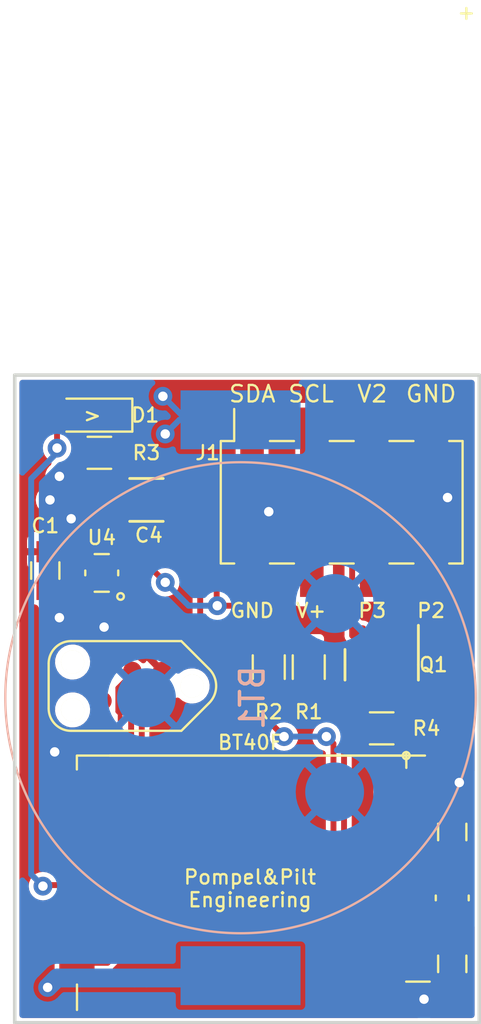
<source format=kicad_pcb>
(kicad_pcb (version 20211014) (generator pcbnew)
  (layers (0 "F.Cu" signal) (31 "B.Cu" signal) (37 "F.SilkS" user "F.Silkscreen") (38 "B.Mask" user) (39 "F.Mask" user) (44 "Edge.Cuts" user))
  (net 0 "")
  (net 1 "/P004")
  (net 2 "/P005")
  (net 3 "GND")
  (net 4 "VCC")
  (net 5 "/P002")
  (net 6 "/SDA")
  (net 7 "/SCL")
  (net 8 "Net-(D1-Pad1)")
  (net 9 "/LED")
  (net 10 "/P003")
  (net 11 "/P009")
  (net 12 "/SWO")
  (net 13 "/RESET")
  (net 14 "/SWDCLK")
  (net 15 "/SWDIO")
  (net 16 "/XL1")
  (net 17 "/XL2")
  (net 18 "/V2")
  (footprint "LEDs:LED_0805" (layer "F.Cu") (at 101.8 56.8 180)
    (fp_text reference "D1" (at -2.35 0 180) (layer "F.SilkS") (effects (font (size 0.6 0.6) (thickness 0.1))))
    (fp_text value "LED")
    (fp_line (start -1.8 -0.7) (end 1 -0.7) (layer "F.SilkS") (width 0.1))
    (fp_line (start -1.8 -0.7) (end -1.8 0.7) (layer "F.SilkS") (width 0.1))
    (fp_line (start -1.8 0.7) (end 1 0.7) (layer "F.SilkS") (width 0.1))
    (pad "1" smd rect locked (at -1.1 0) (size 1.2 1.2) (layers "F.Cu" "F.Paste" "F.Mask") (net 8 "Net-(D1-Pad1)"))
    (pad "2" smd rect locked (at 1.1 0) (size 1.2 1.2) (layers "F.Cu" "F.Paste" "F.Mask") (net 9 "/LED"))
  )
  (footprint "halib:R_0603_Compact_hand" (layer "F.Cu") (at 102.2 58.4 180)
    (fp_text reference "R3" (at -2 0 180) (layer "F.SilkS") (effects (font (size 0.6 0.6) (thickness 0.1))))
    (fp_text value "R400")
    (fp_line (start -0.5 -0.68) (end 0.5 -0.68) (layer "F.SilkS") (width 0.1))
    (fp_line (start 0.5 0.68) (end -0.5 0.68) (layer "F.SilkS") (width 0.1))
    (pad "1" smd rect locked (at -0.85 0 180) (size 0.7 0.9) (layers "F.Cu" "F.Paste" "F.Mask") (net 8 "Net-(D1-Pad1)"))
    (pad "2" smd rect locked (at 0.85 0 180) (size 0.7 0.9) (layers "F.Cu" "F.Paste" "F.Mask") (net 3 "GND"))
  )
  (footprint "halib:R_0603_Compact_hand" (layer "F.Cu") (at 111.1 67.5 90)
    (fp_text reference "R1" (at -1.9 0 180) (layer "F.SilkS") (effects (font (size 0.6 0.6) (thickness 0.1))))
    (fp_text value "4k7")
    (fp_line (start 0.5 0.68) (end -0.5 0.68) (layer "F.SilkS") (width 0.1))
    (fp_line (start -0.5 -0.68) (end 0.5 -0.68) (layer "F.SilkS") (width 0.1))
    (pad "1" smd rect locked (at -0.85 0 90) (size 0.7 0.9) (layers "F.Cu" "F.Paste" "F.Mask") (net 4 "VCC"))
    (pad "2" smd rect locked (at 0.85 0 90) (size 0.7 0.9) (layers "F.Cu" "F.Paste" "F.Mask") (net 7 "/SCL"))
  )
  (footprint "halib:R_0603_Compact_hand" (layer "F.Cu") (at 109.4 67.5 90)
    (fp_text reference "R2" (at -1.9 0 180) (layer "F.SilkS") (effects (font (size 0.6 0.6) (thickness 0.1))))
    (fp_text value "4k7")
    (fp_line (start -0.5 -0.68) (end 0.5 -0.68) (layer "F.SilkS") (width 0.1))
    (fp_line (start 0.5 0.68) (end -0.5 0.68) (layer "F.SilkS") (width 0.1))
    (pad "1" smd rect locked (at -0.85 0 90) (size 0.7 0.9) (layers "F.Cu" "F.Paste" "F.Mask") (net 4 "VCC"))
    (pad "2" smd rect locked (at 0.85 0 90) (size 0.7 0.9) (layers "F.Cu" "F.Paste" "F.Mask") (net 6 "/SDA"))
  )
  (footprint "halib:C_0603_Compact_hand" (layer "F.Cu") (at 117.2 80.1 -90)
    (fp_text reference "C2" hide)
    (fp_text value "10pF")
    (fp_line (start 0.35 0.6) (end -0.35 0.6) (layer "F.SilkS") (width 0.1))
    (fp_line (start -0.35 -0.6) (end 0.35 -0.6) (layer "F.SilkS") (width 0.1))
    (pad "1" smd rect locked (at -0.8 0 270) (size 0.9 0.75) (layers "F.Cu" "F.Paste" "F.Mask") (net 16 "/XL1"))
    (pad "2" smd rect locked (at 0.8 0 270) (size 0.9 0.75) (layers "F.Cu" "F.Paste" "F.Mask") (net 3 "GND"))
  )
  (footprint "halib:R_0603_Compact_hand" (layer "F.Cu") (at 114.2 70.1 180)
    (fp_text reference "R4" (at -1.9 0) (layer "F.SilkS") (effects (font (size 0.6 0.6) (thickness 0.1))))
    (fp_text value "100k")
    (fp_line (start 0.5 0.68) (end -0.5 0.68) (layer "F.SilkS") (width 0.1))
    (fp_line (start -0.5 -0.68) (end 0.5 -0.68) (layer "F.SilkS") (width 0.1))
    (pad "1" smd rect locked (at -0.85 0 180) (size 0.7 0.9) (layers "F.Cu" "F.Paste" "F.Mask") (net 2 "/P005"))
    (pad "2" smd rect locked (at 0.85 0 180) (size 0.7 0.9) (layers "F.Cu" "F.Paste" "F.Mask") (net 4 "VCC"))
  )
  (footprint "Connector_PinSocket_2.54mm:PinSocket_2x04_P2.54mm_Vertical_SMD" (layer "F.Cu") (at 112.5 60.5 90)
    (fp_text reference "J1" (at 2.1 -5.7 180) (layer "F.SilkS") (effects (font (size 0.6 0.6) (thickness 0.1))))
    (fp_text value "Conn_02x04_Odd_Even")
    (fp_line (start 2.6 -0.51) (end 2.6 0.51) (layer "F.SilkS") (width 0.1))
    (fp_line (start 2.6 -3.05) (end 2.6 -2.03) (layer "F.SilkS") (width 0.1))
    (fp_line (start -2.6 2.03) (end -2.6 3.05) (layer "F.SilkS") (width 0.1))
    (fp_line (start -2.6 -3.05) (end -2.6 -2.03) (layer "F.SilkS") (width 0.1))
    (fp_line (start 2.6 4.57) (end 2.6 5.14) (layer "F.SilkS") (width 0.1))
    (fp_line (start -2.6 -5.14) (end 2.6 -5.14) (layer "F.SilkS") (width 0.1))
    (fp_line (start 2.6 -5.14) (end 2.6 -4.57) (layer "F.SilkS") (width 0.1))
    (fp_line (start -2.6 -0.51) (end -2.6 0.51) (layer "F.SilkS") (width 0.1))
    (fp_line (start -2.6 4.57) (end -2.6 5.14) (layer "F.SilkS") (width 0.1))
    (fp_line (start -2.6 5.14) (end 2.6 5.14) (layer "F.SilkS") (width 0.1))
    (fp_line (start 2.6 2.03) (end 2.6 3.05) (layer "F.SilkS") (width 0.1))
    (fp_line (start 2.6 -4.57) (end 3.96 -4.57) (layer "F.SilkS") (width 0.1))
    (fp_line (start -2.6 -5.14) (end -2.6 -4.57) (layer "F.SilkS") (width 0.1))
    (pad "1" smd rect (at 2.52 -3.81 90) (size 3 1) (layers "F.Cu" "F.Paste" "F.Mask") (net 6 "/SDA"))
    (pad "2" smd rect (at -2.52 -3.81 90) (size 3 1) (layers "F.Cu" "F.Paste" "F.Mask") (net 3 "GND"))
    (pad "3" smd rect (at 2.52 -1.27 90) (size 3 1) (layers "F.Cu" "F.Paste" "F.Mask") (net 7 "/SCL"))
    (pad "4" smd rect (at -2.52 -1.27 90) (size 3 1) (layers "F.Cu" "F.Paste" "F.Mask") (net 4 "VCC"))
    (pad "5" smd rect (at 2.52 1.27 90) (size 3 1) (layers "F.Cu" "F.Paste" "F.Mask") (net 18 "/V2"))
    (pad "6" smd rect (at -2.52 1.27 90) (size 3 1) (layers "F.Cu" "F.Paste" "F.Mask") (net 10 "/P003"))
    (pad "7" smd rect (at 2.52 3.81 90) (size 3 1) (layers "F.Cu" "F.Paste" "F.Mask") (net 3 "GND"))
    (pad "8" smd rect (at -2.52 3.81 90) (size 3 1) (layers "F.Cu" "F.Paste" "F.Mask") (net 5 "/P002"))
  )
  (footprint "halib:TC2030" (layer "F.Cu") (at 103.6 68.3 180)
    (fp_text reference "J2" hide)
    (fp_text value "tc2030" hide)
    (fp_line (start -3.2639 -0.7239) (end -2.0828 -1.905) (layer "F.SilkS") (width 0.1))
    (fp_line (start 2.6035 1.905) (end -2.0828 1.905) (layer "F.SilkS") (width 0.1))
    (fp_line (start -3.2639 0.7239) (end -2.0828 1.905) (layer "F.SilkS") (width 0.1))
    (fp_line (start 3.556 -0.9525) (end 3.556 0.9525) (layer "F.SilkS") (width 0.1))
    (fp_line (start 2.6035 -1.905) (end -2.0828 -1.905) (layer "F.SilkS") (width 0.1))
    (fp_arc (start 3.556 0.9525) (mid 3.277019 1.626019) (end 2.6035 1.905) (layer "F.SilkS") (width 0.1))
    (fp_arc (start -3.2639 0.7239) (mid -3.563749 0) (end -3.2639 -0.7239) (layer "F.SilkS") (width 0.1))
    (fp_arc (start 2.6035 -1.905) (mid 3.277019 -1.626019) (end 3.556 -0.9525) (layer "F.SilkS") (width 0.1))
    (pad "" np_thru_hole circle locked (at 2.54 -1.016 180) (size 0.98552 0.98552) (drill 0.98552) (layers *.Cu *.Mask "F.SilkS"))
    (pad "" np_thru_hole circle locked (at 2.54 1.016 180) (size 0.98552 0.98552) (drill 0.98552) (layers *.Cu *.Mask "F.SilkS"))
    (pad "" np_thru_hole circle locked (at -2.54 0 180) (size 0.98806 0.98806) (drill 0.98806) (layers *.Cu *.Mask "F.SilkS"))
    (pad "1" connect circle locked (at -1.27 0.635 180) (size 0.78486 0.78486) (layers "F.Cu" "F.Mask") (net 4 "VCC"))
    (pad "2" connect circle locked (at -1.27 -0.635 180) (size 0.78486 0.78486) (layers "F.Cu" "F.Mask") (net 15 "/SWDIO"))
    (pad "3" connect circle locked (at 0 0.635 180) (size 0.78486 0.78486) (layers "F.Cu" "F.Mask") (net 13 "/RESET"))
    (pad "4" connect circle locked (at 0 -0.635 180) (size 0.78486 0.78486) (layers "F.Cu" "F.Mask") (net 14 "/SWDCLK"))
    (pad "5" connect circle locked (at 1.27 0.635 180) (size 0.78486 0.78486) (layers "F.Cu" "F.Mask") (net 3 "GND"))
    (pad "6" connect circle locked (at 1.27 -0.635 180) (size 0.78486 0.78486) (layers "F.Cu" "F.Mask") (net 12 "/SWO"))
  )
  (footprint "Fanstel:BT40F" (layer "F.Cu") (at 115.24276 71.25593 180)
    (fp_text reference "U1" hide)
    (fp_text value "BT40F" (at 6.64276 0.55593) (layer "F.SilkS") (effects (font (size 0.6 0.6) (thickness 0.1))))
    (fp_line (start 14.00048 -0.58928) (end 14.00048 -0.00762) (layer "F.SilkS") (width 0.1))
    (fp_line (start 13.9954 -10.8) (end 13.9954 -9.72312) (layer "F.SilkS") (width 0.1))
    (fp_line (start 12.5984 0) (end 0 0) (layer "F.SilkS") (width 0.1))
    (fp_line (start 12.5984 0) (end 12.5984 0) (layer "F.SilkS") (width 0.1))
    (fp_line (start 0 -9.59866) (end -0.99822 -9.59866) (layer "F.SilkS") (width 0.1))
    (fp_line (start 13.99794 0) (end 0 0) (layer "F.SilkS") (width 0.1))
    (fp_line (start 0 0.14986) (end 0 0) (layer "F.SilkS") (width 0.1))
    (fp_line (start 0 -0.254) (end 0 -0.14986) (layer "F.SilkS") (width 0.1))
    (fp_line (start 0 0) (end 0 0) (layer "F.SilkS") (width 0.1))
    (fp_line (start 0 0) (end 12.5984 0) (layer "F.SilkS") (width 0.1))
    (fp_line (start 0 -0.14986) (end 0 0) (layer "F.SilkS") (width 0.1))
    (fp_line (start -0.79756 0) (end 0 0) (layer "F.SilkS") (width 0.1))
    (fp_line (start -0.00508 -0.00254) (end -0.00508 -0.5207) (layer "F.SilkS") (width 0.1))
    (fp_arc (start 0 0.14986) (mid -0.14986 0) (end 0 -0.14986) (layer "F.SilkS") (width 0.1))
    (fp_arc (start 0 -0.14986) (mid 0.14986 0) (end 0 0.14986) (layer "F.SilkS") (width 0.1))
    (pad "P$1" smd rect (at 0 -8.79856) (size 1.4986 0.6985) (layers "F.Cu" "F.Paste" "F.Mask") (net 6 "/SDA"))
    (pad "P$2" smd rect (at 0 -7.69874 180) (size 1.4986 0.6985) (layers "F.Cu" "F.Paste" "F.Mask") (net 7 "/SCL"))
    (pad "P$3" smd rect (at 0 -6.59892 180) (size 1.4986 0.6985) (layers "F.Cu" "F.Paste" "F.Mask") (net 16 "/XL1"))
    (pad "P$4" smd rect (at 0 -5.4991 180) (size 1.4986 0.6985) (layers "F.Cu" "F.Paste" "F.Mask") (net 17 "/XL2"))
    (pad "P$5" smd rect (at 0 -4.39928 180) (size 1.4986 0.6985) (layers "F.Cu" "F.Paste" "F.Mask") (net 1 "/P004"))
    (pad "P$6" smd rect (at 0 -3.29946 180) (size 1.4986 0.6985) (layers "F.Cu" "F.Paste" "F.Mask") (net 2 "/P005"))
    (pad "P$7" smd rect (at 0 -2.19964 180) (size 1.4986 0.6985) (layers "F.Cu" "F.Paste" "F.Mask") (net 5 "/P002"))
    (pad "P$8" smd rect (at 0 -1.09982 180) (size 1.4986 0.6985) (layers "F.Cu" "F.Paste" "F.Mask") (net 10 "/P003"))
    (pad "P$9" smd rect (at 13.99794 -1.09982 180) (size 1.4986 0.6985) (layers "F.Cu" "F.Paste" "F.Mask") (net 4 "VCC"))
    (pad "P$10" smd rect (at 13.99794 -2.19964 180) (size 1.4986 0.6985) (layers "F.Cu" "F.Paste" "F.Mask") (net 3 "GND"))
    (pad "P$11" smd rect (at 13.99794 -3.29946 180) (size 1.4986 0.6985) (layers "F.Cu" "F.Paste" "F.Mask") (net 11 "/P009"))
    (pad "P$12" smd rect (at 13.99794 -4.39928 180) (size 1.4986 0.6985) (layers "F.Cu" "F.Paste" "F.Mask") (net 12 "/SWO"))
    (pad "P$13" smd rect (at 13.99794 -5.4991 180) (size 1.4986 0.6985) (layers "F.Cu" "F.Paste" "F.Mask") (net 9 "/LED"))
    (pad "P$14" smd rect (at 13.99794 -6.59892 180) (size 1.4986 0.6985) (layers "F.Cu" "F.Paste" "F.Mask") (net 13 "/RESET"))
    (pad "P$15" smd rect (at 13.99794 -7.69874 180) (size 1.4986 0.6985) (layers "F.Cu" "F.Paste" "F.Mask") (net 14 "/SWDCLK"))
    (pad "P$16" smd rect (at 13.99794 -8.79856 180) (size 1.4986 0.6985) (layers "F.Cu" "F.Paste" "F.Mask") (net 15 "/SWDIO"))
  )
  (footprint "halib:SHT4x" (layer "F.Cu") (at 102.3 63.5 180)
    (fp_text reference "U4" (at 0 1.5 unlocked) (layer "F.SilkS") (effects (font (size 0.6 0.6) (thickness 0.1))))
    (fp_text value "SHT4x")
    (fp_line (start -0.7 -0.1) (end -0.7 0.1) (layer "F.SilkS") (width 0.1))
    (fp_line (start -0.3 0.8) (end 0.3 0.8) (layer "F.SilkS") (width 0.1))
    (fp_line (start -0.3 -0.8) (end 0.3 -0.8) (layer "F.SilkS") (width 0.1))
    (fp_line (start 0.7 -0.1) (end 0.7 0.1) (layer "F.SilkS") (width 0.1))
    (pad "1" smd rect (at -0.9 -0.4 180) (size 1.1 0.3) (layers "F.Cu" "F.Paste" "F.Mask") (net 6 "/SDA"))
    (pad "2" smd rect (at -0.9 0.4 180) (size 1.1 0.3) (layers "F.Cu" "F.Paste" "F.Mask") (net 7 "/SCL"))
    (pad "3" smd rect (at 0.9 0.4 180) (size 1.1 0.3) (layers "F.Cu" "F.Paste" "F.Mask") (net 4 "VCC"))
    (pad "4" smd rect (at 0.9 -0.4 180) (size 1.1 0.3) (layers "F.Cu" "F.Paste" "F.Mask") (net 3 "GND"))
  )
  (footprint "halib:C_0603_Compact_hand" (layer "F.Cu") (at 117.2 74.5 90)
    (fp_text reference "C3" hide)
    (fp_text value "10pF")
    (fp_line (start -0.35 -0.6) (end 0.35 -0.6) (layer "F.SilkS") (width 0.1))
    (fp_line (start 0.35 0.6) (end -0.35 0.6) (layer "F.SilkS") (width 0.1))
    (pad "1" smd rect locked (at -0.8 0 90) (size 0.9 0.75) (layers "F.Cu" "F.Paste" "F.Mask") (net 17 "/XL2"))
    (pad "2" smd rect locked (at 0.8 0 90) (size 0.9 0.75) (layers "F.Cu" "F.Paste" "F.Mask") (net 3 "GND"))
  )
  (footprint "Capacitor_SMD:C_1206_3216Metric_Pad1.33x1.80mm_HandSolder" (layer "F.Cu") (at 104.2 60.4 180)
    (fp_text reference "C4" (at -0.1 -1.5) (layer "F.SilkS") (effects (font (size 0.6 0.6) (thickness 0.1))))
    (fp_text value "C106")
    (fp_line (start -0.711252 0.91) (end 0.711252 0.91) (layer "F.SilkS") (width 0.12))
    (fp_line (start -0.711252 -0.91) (end 0.711252 -0.91) (layer "F.SilkS") (width 0.12))
    (pad "1" smd roundrect (at -1.5625 0 180) (size 1.7 1.8) (layers "F.Cu" "F.Paste" "F.Mask") (roundrect_rratio 0.1886788235) (net 4 "VCC"))
    (pad "2" smd roundrect (at 1.5625 0 180) (size 1.7 1.8) (layers "F.Cu" "F.Paste" "F.Mask") (roundrect_rratio 0.1886788235) (net 3 "GND"))
  )
  (footprint "Crystal:Crystal_SMD_MicroCrystal_CM9V-T1A-2Pin_1.6x1.0mm" (layer "F.Cu") (at 117.2 77.3 -90)
    (fp_text reference "Y1" hide)
    (fp_text value "Crystal_Small")
    (fp_line (start -0.1 -0.7) (end 0.1 -0.7) (layer "F.SilkS") (width 0.1))
    (fp_line (start -0.1 0.7) (end 0.1 0.7) (layer "F.SilkS") (width 0.1))
    (pad "1" smd rect (at -0.6 0 270) (size 0.8 1.2) (layers "F.Cu" "F.Paste" "F.Mask") (net 17 "/XL2"))
    (pad "2" smd rect (at 0.6 0 270) (size 0.8 1.2) (layers "F.Cu" "F.Paste" "F.Mask") (net 16 "/XL1"))
  )
  (footprint "Package_TO_SOT_SMD:SOT-23" (layer "F.Cu") (at 114.2 67.4 -90)
    (fp_text reference "Q1" (at 0 -2.2 180) (layer "F.SilkS") (effects (font (size 0.6 0.6) (thickness 0.1))))
    (fp_text value "Q_PMOS_GSD")
    (fp_line (start 0 -1.56) (end 0.65 -1.56) (layer "F.SilkS") (width 0.12))
    (fp_line (start 0 -1.56) (end -1.675 -1.56) (layer "F.SilkS") (width 0.12))
    (fp_line (start 0 1.56) (end -0.65 1.56) (layer "F.SilkS") (width 0.12))
    (fp_line (start 0 1.56) (end 0.65 1.56) (layer "F.SilkS") (width 0.12))
    (pad "1" smd roundrect locked (at -0.9375 -0.95 270) (size 1.475 0.6) (layers "F.Cu" "F.Paste" "F.Mask") (net 2 "/P005"))
    (pad "2" smd roundrect locked (at -0.9375 0.95 270) (size 1.475 0.6) (layers "F.Cu" "F.Paste" "F.Mask") (net 18 "/V2"))
    (pad "3" smd roundrect locked (at 0.9375 0 270) (size 1.475 0.6) (layers "F.Cu" "F.Paste" "F.Mask") (net 4 "VCC"))
  )
  (footprint "halib:C_0603_Compact_hand" (layer "F.Cu") (at 99.9 63.4 -90)
    (fp_text reference "C1" (at -1.9 0) (layer "F.SilkS") (effects (font (size 0.6 0.6) (thickness 0.1))))
    (fp_text value "100nF")
    (fp_line (start 0.35 0.6) (end -0.35 0.6) (layer "F.SilkS") (width 0.1))
    (fp_line (start -0.35 -0.6) (end 0.35 -0.6) (layer "F.SilkS") (width 0.1))
    (pad "1" smd rect locked (at -0.8 0 270) (size 0.9 0.75) (layers "F.Cu" "F.Paste" "F.Mask") (net 4 "VCC"))
    (pad "2" smd rect locked (at 0.8 0 270) (size 0.9 0.75) (layers "F.Cu" "F.Paste" "F.Mask") (net 3 "GND"))
  )
  (footprint "halib:2032-SMD_COMPACT" (layer "B.Cu") (at 108.2 68.8 -90)
    (fp_text reference "BT1" (at 0 -0.5 90) (layer "B.SilkS") (effects (justify mirror)))
    (fp_text value "CR2032")
    (fp_circle (center 0 0) (end 10 0) (layer "B.SilkS") (width 0.1) (fill none))
    (pad "1" smd rect locked (at 11.8 0 270) (size 2.5 5.1) (layers "B.Cu" "B.Paste" "B.Mask") (net 4 "VCC"))
    (pad "1" smd rect locked (at -11.8 0 270) (size 2.5 5.1) (layers "B.Cu" "B.Paste" "B.Mask") (net 4 "VCC"))
    (pad "2" smd circle locked (at -4 -4 270) (size 2.5 2.5) (layers "B.Cu" "B.Paste" "B.Mask") (net 3 "GND"))
    (pad "2" smd circle locked (at 4 -4 270) (size 2.5 2.5) (layers "B.Cu" "B.Paste" "B.Mask") (net 3 "GND"))
    (pad "2" smd circle locked (at 0 4 270) (size 2.5 2.5) (layers "B.Cu" "B.Paste" "B.Mask") (net 3 "GND"))
  )
  (gr_circle (center 103.1 64.5) (end 103 64.4) (layer "F.SilkS") (width 0.1) (fill none))
  (gr_line (start 98.6 55.1) (end 118.35 55.1) (layer "Edge.Cuts") (width 0.15))
  (gr_line (start 118.35 82.6) (end 98.6 82.6) (layer "Edge.Cuts") (width 0.15))
  (gr_line (start 98.6 82.6) (end 98.6 55.1) (layer "Edge.Cuts") (width 0.15))
  (gr_line (start 118.35 55.1) (end 118.35 82.6) (layer "Edge.Cuts") (width 0.15))
  (gr_text "GND" (at 116.3 55.9) (layer "F.SilkS") (effects (font (size 0.7 0.7) (thickness 0.1))))
  (gr_text "+" (at 117.8 39.7) (layer "F.SilkS") (effects (font (size 0.6 0.6) (thickness 0.1))))
  (gr_text "V+" (at 111.2 65.1) (layer "F.SilkS") (effects (font (size 0.6 0.6) (thickness 0.1))))
  (gr_text ">" (at 101.9 56.8) (layer "F.SilkS") (effects (font (size 0.6 0.6) (thickness 0.1))))
  (gr_text "Pompel&Pilt\nEngineering" (at 108.6 76.9) (layer "F.SilkS") (effects (font (size 0.6 0.6) (thickness 0.1))))
  (gr_text "GND" (at 108.7 65.1) (layer "F.SilkS") (effects (font (size 0.6 0.6) (thickness 0.1))))
  (gr_text "P2" (at 116.3 65.1) (layer "F.SilkS") (effects (font (size 0.6 0.6) (thickness 0.1))))
  (gr_text "SCL" (at 111.2 55.9) (layer "F.SilkS") (effects (font (size 0.7 0.7) (thickness 0.1))))
  (gr_text "P3" (at 113.8 65.1) (layer "F.SilkS") (effects (font (size 0.6 0.6) (thickness 0.1))))
  (gr_text "V2" (at 113.8 55.9) (layer "F.SilkS") (effects (font (size 0.7 0.7) (thickness 0.1))))
  (gr_text "SDA" (at 108.7 55.9) (layer "F.SilkS") (effects (font (size 0.7 0.7) (thickness 0.1))))
  (segment (start 114.168949 70.981051) (end 115.05 70.1) (width 0.25) (layer "F.Cu") (net 2))
  (segment (start 115.05 70.1) (end 115.05 66.5625) (width 0.25) (layer "F.Cu") (net 2))
  (segment (start 115.24276 74.55539) (end 114.24346 74.55539) (width 0.25) (layer "F.Cu") (net 2))
  (segment (start 114.24346 74.55539) (end 114.168949 74.480879) (width 0.25) (layer "F.Cu") (net 2))
  (segment (start 115.05 66.5625) (end 115.15 66.4625) (width 0.25) (layer "F.Cu") (net 2))
  (segment (start 114.168949 74.480879) (end 114.168949 70.981051) (width 0.25) (layer "F.Cu") (net 2))
  (segment (start 117 73.7) (end 117.5 73.2) (width 0.25) (layer "F.Cu") (net 3))
  (segment (start 117 58.67) (end 117 60.3) (width 0.25) (layer "F.Cu") (net 3))
  (segment (start 102.2375 60) (end 100.5 60) (width 0.25) (layer "F.Cu") (net 3))
  (segment (start 101.35 58.55) (end 100.5 59.4) (width 0.25) (layer "F.Cu") (net 3))
  (segment (start 99.9 64.2) (end 100.1 64.2) (width 0.25) (layer "F.Cu") (net 3))
  (segment (start 102.43 65.83) (end 102.4 65.8) (width 0.25) (layer "F.Cu") (net 3))
  (segment (start 100.08334 71.31666) (end 100.3 71.1) (width 0.25) (layer "F.Cu") (net 3))
  (segment (start 108.69 61.61) (end 109.4 60.9) (width 0.25) (layer "F.Cu") (net 3))
  (segment (start 100.1 64.2) (end 100.4 63.9) (width 0.25) (layer "F.Cu") (net 3))
  (segment (start 101.35 58.4) (end 101.35 58.55) (width 0.25) (layer "F.Cu") (net 3))
  (segment (start 99.9 64.8) (end 100.5 65.4) (width 0.25) (layer "F.Cu") (net 3))
  (segment (start 101.24482 73.45557) (end 100.24552 73.45557) (width 0.25) (layer "F.Cu") (net 3))
  (segment (start 99.9 64.2) (end 99.9 64.8) (width 0.25) (layer "F.Cu") (net 3))
  (segment (start 117.5 73.2) (end 117.5 72.4) (width 0.25) (layer "F.Cu") (net 3))
  (segment (start 116.31 57.98) (end 117 58.67) (width 0.25) (layer "F.Cu") (net 3))
  (segment (start 117 81.4) (end 116.8 81.6) (width 0.25) (layer "F.Cu") (net 3))
  (segment (start 100.08334 73.29339) (end 100.08334 71.31666) (width 0.25) (layer "F.Cu") (net 3))
  (segment (start 100.4 63.9) (end 101.4 63.9) (width 0.25) (layer "F.Cu") (net 3))
  (segment (start 116.8 81.6) (end 116 81.6) (width 0.25) (layer "F.Cu") (net 3))
  (segment (start 117 80.9) (end 117 81.4) (width 0.25) (layer "F.Cu") (net 3))
  (segment (start 101.8 60.4) (end 101 61.2) (width 0.25) (layer "F.Cu") (net 3))
  (segment (start 102.6375 60.4) (end 102.2375 60) (width 0.25) (layer "F.Cu") (net 3))
  (segment (start 100.5 60) (end 100.1 60.4) (width 0.25) (layer "F.Cu") (net 3))
  (segment (start 100.24552 73.45557) (end 100.08334 73.29339) (width 0.25) (layer "F.Cu") (net 3))
  (segment (start 108.69 63.02) (end 108.69 61.61) (width 0.25) (layer "F.Cu") (net 3))
  (segment (start 102.43 67.665) (end 102.43 65.83) (width 0.25) (layer "F.Cu") (net 3))
  (segment (start 102.6375 60.4) (end 101.8 60.4) (width 0.25) (layer "F.Cu") (net 3))
  (via (at 117 60.3) (size 0.8) (drill 0.4) (layers "F.Cu" "B.Cu") (net 3))
  (via (at 116 81.6) (size 0.8) (drill 0.4) (layers "F.Cu" "B.Cu") (net 3))
  (via (at 100.5 65.4) (size 0.8) (drill 0.4) (layers "F.Cu" "B.Cu") (net 3))
  (via (at 101 61.2) (size 0.8) (drill 0.4) (layers "F.Cu" "B.Cu") (net 3))
  (via (at 117.5 72.4) (size 0.8) (drill 0.4) (layers "F.Cu" "B.Cu") (net 3))
  (via (at 100.5 59.4) (size 0.8) (drill 0.4) (layers "F.Cu" "B.Cu") (net 3))
  (via (at 109.4 60.9) (size 0.8) (drill 0.4) (layers "F.Cu" "B.Cu") (net 3))
  (via (at 100.3 71.1) (size 0.8) (drill 0.4) (layers "F.Cu" "B.Cu") (net 3))
  (via (at 102.4 65.8) (size 0.8) (drill 0.4) (layers "F.Cu" "B.Cu") (net 3))
  (via (at 100.1 60.4) (size 0.8) (drill 0.4) (layers "F.Cu" "B.Cu") (net 3))
  (segment (start 109.4 68.4) (end 109.4 69) (width 0.25) (layer "F.Cu") (net 4))
  (segment (start 99.9 62.6) (end 100.4 63.1) (width 0.25) (layer "F.Cu") (net 4))
  (segment (start 109.4 68.35) (end 109.4 68.4) (width 0.25) (layer "F.Cu") (net 4))
  (segment (start 100.4 63.1) (end 101.4 63.1) (width 0.25) (layer "F.Cu") (net 4))
  (segment (start 111.1 68.35) (end 111.1 68.9) (width 0.25) (layer "F.Cu") (net 4))
  (via (at 100 81.1) (size 0.8) (drill 0.4) (layers "F.Cu" "B.Cu") (net 4))
  (via (at 104.9 56) (size 0.8) (drill 0.4) (layers "F.Cu" "B.Cu") (net 4))
  (via (at 105 57.6) (size 0.8) (drill 0.4) (layers "F.Cu" "B.Cu") (net 4))
  (segment (start 100.4 80.7) (end 100 81.1) (width 0.8) (layer "B.Cu") (net 4))
  (segment (start 105.9 57) (end 104.9 56) (width 0.25) (layer "B.Cu") (net 4))
  (segment (start 105.6 57) (end 105 57.6) (width 0.25) (layer "B.Cu") (net 4))
  (segment (start 108.2 57) (end 105.9 57) (width 0.25) (layer "B.Cu") (net 4))
  (segment (start 108.2 80.7) (end 104.2 80.7) (width 0.8) (layer "B.Cu") (net 4))
  (segment (start 103.7 80.7) (end 100.4 80.7) (width 0.8) (layer "B.Cu") (net 4))
  (segment (start 108.2 57) (end 105.6 57) (width 0.25) (layer "B.Cu") (net 4))
  (segment (start 104.2 80.7) (end 103.7 80.7) (width 0.8) (layer "B.Cu") (net 4))
  (segment (start 115.24276 73.45557) (end 116.24206 73.45557) (width 0.25) (layer "F.Cu") (net 5))
  (segment (start 116.24206 73.45557) (end 116.316571 73.381059) (width 0.25) (layer "F.Cu") (net 5))
  (segment (start 116.316571 73.381059) (end 116.316571 63.026571) (width 0.25) (layer "F.Cu") (net 5))
  (segment (start 116.316571 63.026571) (end 116.31 63.02) (width 0.25) (layer "F.Cu") (net 5))
  (segment (start 106.486194 61.93908) (end 108.69 59.735274) (width 0.25) (layer "F.Cu") (net 6))
  (segment (start 110.050978 70.45) (end 108.05 68.449022) (width 0.25) (layer "F.Cu") (net 6))
  (segment (start 108.69 59.735274) (end 108.69 57.98) (width 0.25) (layer "F.Cu") (net 6))
  (segment (start 112.150489 77.661519) (end 112.150489 70.750489) (width 0.25) (layer "F.Cu") (net 6))
  (segment (start 107.35049 65.986194) (end 106.486194 65.986194) (width 0.25) (layer "F.Cu") (net 6))
  (segment (start 108.05 68.449022) (end 108.05 66.65) (width 0.25) (layer "F.Cu") (net 6))
  (segment (start 108.05 66.65) (end 108.014296 66.65) (width 0.25) (layer "F.Cu") (net 6))
  (segment (start 105.786194 65.986194) (end 103.7 63.9) (width 0.25) (layer "F.Cu") (net 6))
  (segment (start 115.54276 80.05449) (end 114.54346 80.05449) (width 0.25) (layer "F.Cu") (net 6))
  (segment (start 106.486194 65.986194) (end 105.786194 65.986194) (width 0.25) (layer "F.Cu") (net 6))
  (segment (start 109.4 66.65) (end 108.05 66.65) (width 0.25) (layer "F.Cu") (net 6))
  (segment (start 108.014296 66.65) (end 107.35049 65.986194) (width 0.25) (layer "F.Cu") (net 6))
  (segment (start 114.54346 80.05449) (end 112.150489 77.661519) (width 0.25) (layer "F.Cu") (net 6))
  (segment (start 103.7 63.9) (end 103.2 63.9) (width 0.25) (layer "F.Cu") (net 6))
  (segment (start 112.150489 70.750489) (end 111.85 70.45) (width 0.25) (layer "F.Cu") (net 6))
  (segment (start 106.486194 65.986194) (end 106.486194 61.93908) (width 0.25) (layer "F.Cu") (net 6))
  (via (at 111.85 70.45) (size 0.8) (drill 0.4) (layers "F.Cu" "B.Cu") (net 6))
  (via (at 110.050978 70.45) (size 0.8) (drill 0.4) (layers "F.Cu" "B.Cu") (net 6))
  (segment (start 110.050978 70.45) (end 111.85 70.45) (width 0.25) (layer "B.Cu") (net 6))
  (segment (start 105 63.9) (end 104.2 63.1) (width 0.25) (layer "F.Cu") (net 7))
  (segment (start 111.874511 69.274511) (end 111.874511 67.424511) (width 0.25) (layer "F.Cu") (net 7))
  (segment (start 111.23 58.98) (end 110.11 60.1) (width 0.25) (layer "F.Cu") (net 7))
  (segment (start 104.2 63.1) (end 103.2 63.1) (width 0.25) (layer "F.Cu") (net 7))
  (segment (start 110.11 60.1) (end 108.960978 60.1) (width 0.25) (layer "F.Cu") (net 7))
  (segment (start 111.23 57.98) (end 111.23 58.98) (width 0.25) (layer "F.Cu") (net 7))
  (segment (start 109.2425 64.8925) (end 107.210694 64.8925) (width 0.25) (layer "F.Cu") (net 7))
  (segment (start 114.54346 78.95467) (end 112.6 77.01121) (width 0.25) (layer "F.Cu") (net 7))
  (segment (start 107.185026 64.866832) (end 107.210694 64.8925) (width 0.25) (layer "F.Cu") (net 7))
  (segment (start 108.960978 60.1) (end 107.185026 61.875952) (width 0.25) (layer "F.Cu") (net 7))
  (segment (start 115.54276 78.95467) (end 114.54346 78.95467) (width 0.25) (layer "F.Cu") (net 7))
  (segment (start 111.1 66.65) (end 111 66.65) (width 0.25) (layer "F.Cu") (net 7))
  (segment (start 107.185026 61.875952) (end 107.185026 64.866832) (width 0.25) (layer "F.Cu") (net 7))
  (segment (start 112.6 70) (end 111.874511 69.274511) (width 0.25) (layer "F.Cu") (net 7))
  (segment (start 112.6 77.01121) (end 112.6 70) (width 0.25) (layer "F.Cu") (net 7))
  (segment (start 111 66.65) (end 109.2425 64.8925) (width 0.25) (layer "F.Cu") (net 7))
  (segment (start 111.874511 67.424511) (end 111.1 66.65) (width 0.25) (layer "F.Cu") (net 7))
  (via (at 105 63.9) (size 0.8) (drill 0.4) (layers "F.Cu" "B.Cu") (net 7))
  (via (at 107.210694 64.8925) (size 0.8) (drill 0.4) (layers "F.Cu" "B.Cu") (net 7))
  (segment (start 105.9925 64.8925) (end 107.210694 64.8925) (width 0.25) (layer "B.Cu") (net 7))
  (segment (start 105 63.9) (end 105.9925 64.8925) (width 0.25) (layer "B.Cu") (net 7))
  (segment (start 102.9 56.8) (end 102.9 58.25) (width 0.25) (layer "F.Cu") (net 8))
  (segment (start 102.9 58.25) (end 103.05 58.4) (width 0.25) (layer "F.Cu") (net 8))
  (segment (start 100.4 57.1) (end 100.7 56.8) (width 0.25) (layer "F.Cu") (net 9))
  (segment (start 99.84497 76.75503) (end 99.8 76.8) (width 0.25) (layer "F.Cu") (net 9))
  (segment (start 101.24482 76.75503) (end 99.84497 76.75503) (width 0.25) (layer "F.Cu") (net 9))
  (segment (start 100.4 58.2) (end 100.4 57.1) (width 0.25) (layer "F.Cu") (net 9))
  (via (at 100.4 58.2) (size 0.8) (drill 0.4) (layers "F.Cu" "B.Cu") (net 9))
  (via (at 99.8 76.8) (size 0.8) (drill 0.4) (layers "F.Cu" "B.Cu") (net 9))
  (segment (start 99.8 76.8) (end 99.3 76.3) (width 0.25) (layer "B.Cu") (net 9))
  (segment (start 100.4 58.4) (end 100.4 58.2) (width 0.25) (layer "B.Cu") (net 9))
  (segment (start 99.3 59.5) (end 100.4 58.4) (width 0.25) (layer "B.Cu") (net 9))
  (segment (start 99.3 76.3) (end 99.3 59.5) (width 0.25) (layer "B.Cu") (net 9))
  (segment (start 115.24276 72.35575) (end 115.824501 71.774009) (width 0.25) (layer "F.Cu") (net 10))
  (segment (start 115.824501 71.774009) (end 115.824501 65.074501) (width 0.25) (layer "F.Cu") (net 10))
  (segment (start 115.824501 65.074501) (end 113.77 63.02) (width 0.25) (layer "F.Cu") (net 10))
  (segment (start 102.54412 75.65521) (end 102.618631 75.580699) (width 0.25) (layer "F.Cu") (net 12))
  (segment (start 102.618631 69.618981) (end 102.43 69.43035) (width 0.25) (layer "F.Cu") (net 12))
  (segment (start 102.43 69.43035) (end 102.43 68.935) (width 0.25) (layer "F.Cu") (net 12))
  (segment (start 102.618631 75.580699) (end 102.618631 69.618981) (width 0.25) (layer "F.Cu") (net 12))
  (segment (start 101.54482 75.65521) (end 102.54412 75.65521) (width 0.25) (layer "F.Cu") (net 12))
  (segment (start 103.081059 69.481059) (end 102.981059 69.381059) (width 0.2) (layer "F.Cu") (net 13))
  (segment (start 102.49412 77.85485) (end 103.081059 77.267911) (width 0.2) (layer "F.Cu") (net 13))
  (segment (start 101.54482 77.85485) (end 102.49412 77.85485) (width 0.2) (layer "F.Cu") (net 13))
  (segment (start 103.081059 77.267911) (end 103.081059 69.481059) (width 0.2) (layer "F.Cu") (net 13))
  (segment (start 102.981059 68.383941) (end 103.7 67.665) (width 0.2) (layer "F.Cu") (net 13))
  (segment (start 102.981059 69.381059) (end 102.981059 68.383941) (width 0.2) (layer "F.Cu") (net 13))
  (segment (start 103.550489 77.948301) (end 103.550489 69.084511) (width 0.25) (layer "F.Cu") (net 14))
  (segment (start 102.54412 78.95467) (end 103.550489 77.948301) (width 0.25) (layer "F.Cu") (net 14))
  (segment (start 103.550489 69.084511) (end 103.7 68.935) (width 0.25) (layer "F.Cu") (net 14))
  (segment (start 101.54482 78.95467) (end 102.54412 78.95467) (width 0.25) (layer "F.Cu") (net 14))
  (segment (start 102.54412 80.05449) (end 104 78.59861) (width 0.25) (layer "F.Cu") (net 15))
  (segment (start 104 69.905) (end 104.97 68.935) (width 0.25) (layer "F.Cu") (net 15))
  (segment (start 104 78.59861) (end 104 69.905) (width 0.25) (layer "F.Cu") (net 15))
  (segment (start 101.54482 80.05449) (end 102.54412 80.05449) (width 0.25) (layer "F.Cu") (net 15))
  (segment (start 117 79.3) (end 117 77.9) (width 0.25) (layer "F.Cu") (net 16))
  (segment (start 116.95485 77.85485) (end 117 77.9) (width 0.25) (layer "F.Cu") (net 16))
  (segment (start 115.24276 77.85485) (end 116.95485 77.85485) (width 0.25) (layer "F.Cu") (net 16))
  (segment (start 117 76.7) (end 117 75.3) (width 0.25) (layer "F.Cu") (net 17))
  (segment (start 116.94497 76.75503) (end 117 76.7) (width 0.25) (layer "F.Cu") (net 17))
  (segment (start 115.24276 76.75503) (end 116.94497 76.75503) (width 0.25) (layer "F.Cu") (net 17))
  (segment (start 113.77 59.93) (end 113.77 57.98) (width 0.25) (layer "F.Cu") (net 18))
  (segment (start 112.945489 60.754511) (end 113.77 59.93) (width 0.25) (layer "F.Cu") (net 18))
  (segment (start 113.25 66.4625) (end 112.945489 66.157989) (width 0.25) (layer "F.Cu") (net 18))
  (segment (start 112.945489 66.157989) (end 112.945489 60.754511) (width 0.25) (layer "F.Cu") (net 18))
  (zone (net 4) (net_name "VCC") (layer "F.Cu") (connect_pads (clearance 0.2)) (min_thickness 0.254) (fill yes (thermal_gap 0.4) (thermal_bridge_width 0.3))
    (polygon (pts (xy 98.6 55.1) (xy 118.3 55.1) (xy 118.356 82.55) (xy 98.544 82.55)))
  )
  (zone (net 0) (net_name "") (layer "F.Cu") (connect_pads (clearance 0)) (min_thickness 0.254)
    (keepout (tracks allowed) (vias allowed) (pads allowed) (copperpour not_allowed) (footprints allowed))
    (fill (thermal_gap 0.508) (thermal_bridge_width 0.508))
    (polygon (pts (xy 99.6 62.4) (xy 103.6 62.4) (xy 103.6 64.4) (xy 99.6 64.4)))
  )
  (zone (net 0) (net_name "") (layer "F.Cu") (connect_pads (clearance 0)) (min_thickness 0.254)
    (keepout (tracks allowed) (vias allowed) (pads allowed) (copperpour not_allowed) (footprints allowed))
    (fill (thermal_gap 0.508) (thermal_bridge_width 0.508))
    (polygon (pts (xy 112.3 68.8) (xy 108.3 68.8) (xy 108.3 67.8) (xy 112.3 67.8)))
  )
  (zone (net 3) (net_name "GND") (layer "B.Cu") (connect_pads (clearance 0.2)) (min_thickness 0.254) (fill yes (thermal_gap 0.4) (thermal_bridge_width 0.3))
    (polygon (pts (xy 98.6 55.1) (xy 118.3 55.1) (xy 118.356 82.55) (xy 98.544 82.55)))
  )
)
</source>
